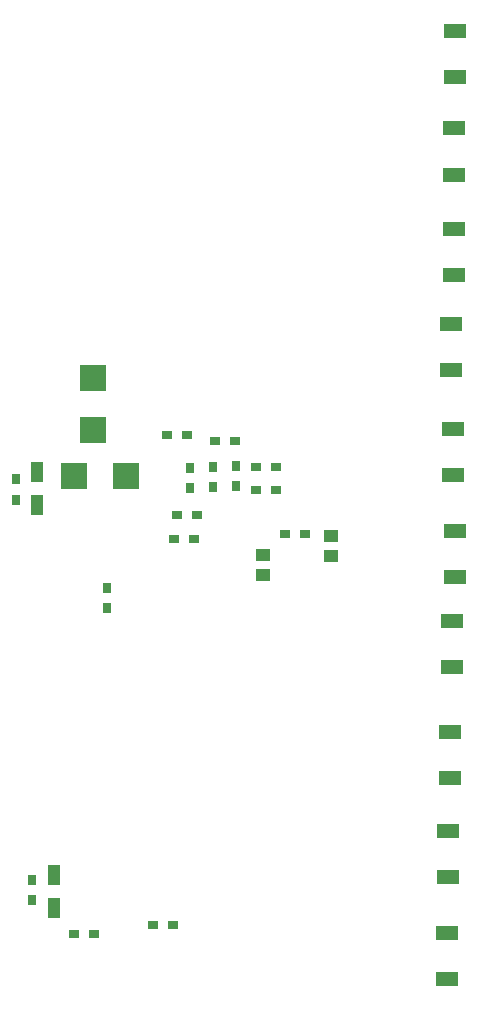
<source format=gbr>
G04 DipTrace 3.3.1.3*
G04 BottomPaste.gbr*
%MOMM*%
G04 #@! TF.FileFunction,Paste,Bot*
G04 #@! TF.Part,Single*
%ADD110R,1.25X1.0*%
%ADD133R,1.9X1.2*%
%ADD139R,2.2X2.2*%
%ADD146R,0.9X0.8*%
%ADD147R,0.8X0.9*%
%ADD149R,1.0X1.8*%
%FSLAX35Y35*%
G04*
G71*
G90*
G75*
G01*
G04 BotPaste*
%LPD*%
D149*
X1687000Y6155000D3*
Y5875000D3*
D147*
X1511000Y6088000D3*
Y5918000D3*
X1644000Y2529000D3*
Y2699000D3*
D149*
X1833000Y2738000D3*
Y2458000D3*
D146*
X2174000Y2237000D3*
X2004000D3*
X2841000Y2314000D3*
X2671000D3*
D147*
X2284000Y4996000D3*
Y5166000D3*
D146*
X3021000Y5588000D3*
X2851000D3*
D147*
X2984000Y6019000D3*
Y6189000D3*
X3374000Y6029000D3*
Y6199000D3*
X3179000Y6025000D3*
Y6195000D3*
D146*
X3709000Y6197000D3*
X3539000D3*
X2872000Y5791000D3*
X3042000D3*
X3959000Y5626000D3*
X3789000D3*
X3364000Y6414000D3*
X3194000D3*
D139*
X2162000Y6949000D3*
Y6509000D3*
X2002000Y6119000D3*
X2442000D3*
D133*
X5228000Y9888000D3*
Y9498013D3*
X5218000Y9060000D3*
Y8670013D3*
X5183000Y3954000D3*
Y3564013D3*
X5204000Y4894000D3*
Y4504013D3*
X5163000Y2250000D3*
Y1860013D3*
X5164000Y3113000D3*
Y2723013D3*
X5214000Y6514000D3*
Y6124013D3*
X5225000Y5649000D3*
Y5259013D3*
X5217000Y8211000D3*
Y7821013D3*
X5196000Y7405987D3*
Y7016000D3*
D110*
X4174000Y5440000D3*
Y5610000D3*
X3604000Y5281000D3*
Y5451000D3*
D146*
X3538000Y6001000D3*
X3708000D3*
X2787000Y6465000D3*
X2957000D3*
M02*

</source>
